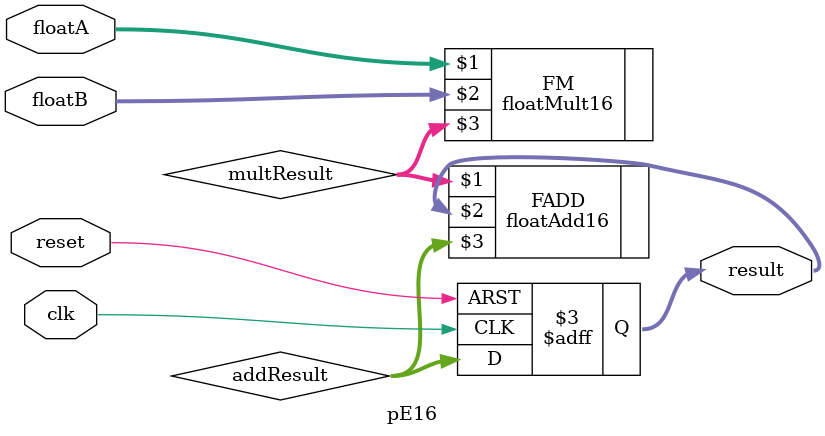
<source format=v>
module pE16(clk,reset,floatA,floatB,result);

parameter DATA_WIDTH = 16;  // 数据类型float16

input clk, reset;
input [DATA_WIDTH-1:0] floatA, floatB; // 输入float16数据A和B
output reg [DATA_WIDTH-1:0] result;  // 输出float16数据

wire [DATA_WIDTH-1:0] multResult;
wire [DATA_WIDTH-1:0] addResult;

floatMult16 FM (floatA,floatB,multResult); // float16乘法运算
floatAdd16 FADD (multResult,result,addResult);// float16加法运算

always @ (posedge clk or posedge reset) begin
	if (reset == 1'b1) begin
		result = 0;    // 开始时，result赋值为0
	end else begin
		result = addResult;  // 求和结果不断更新为result，即为累加操作，result作为最后的输出
	end
end

endmodule

</source>
